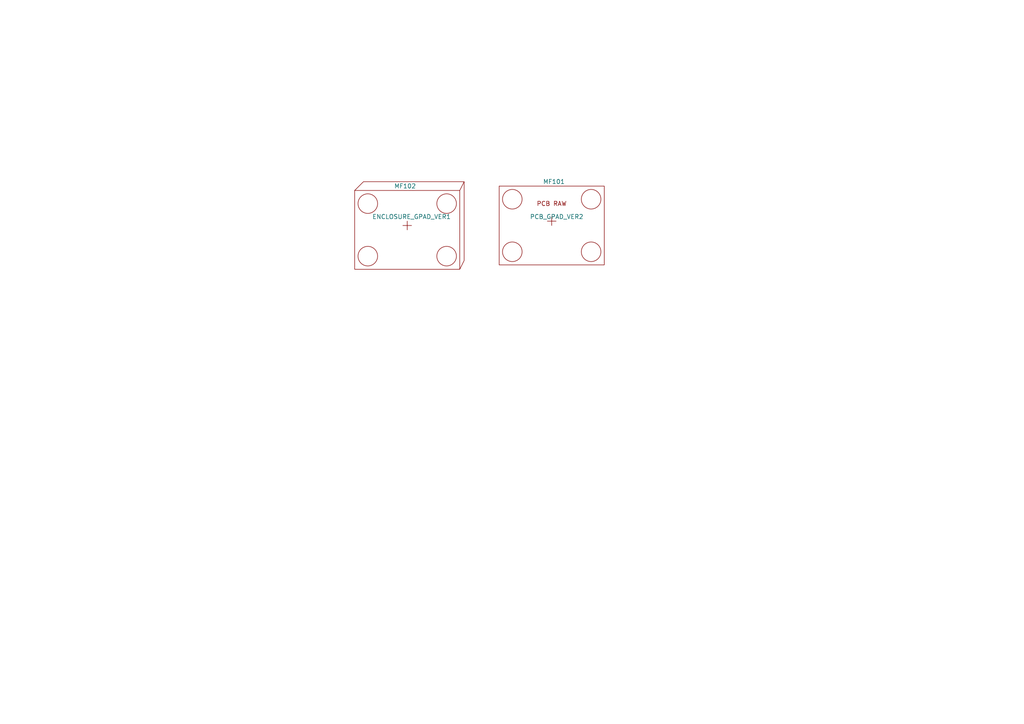
<source format=kicad_sch>
(kicad_sch (version 20230121) (generator eeschema)
  (paper "A4")
  (lib_symbols
    (symbol "GPAD_SCH_LIB:ENCLOSURE_GPAD_VER1" (on_board no)
      (property "Reference" "MF102" (at -3.81 11.43 0))
      (property "Value" "ENCLOSURE_GPAD_VER1" (at -10.16 2.54 0))
      (symbol "ENCLOSURE_GPAD_VER1_0_1"
        (rectangle (start -15.24 10.16) (end 15.24 -12.7))
        (circle (center -11.43 -8.89) (radius 2.8398))
        (circle (center -11.43 6.35) (radius 2.8398))
        (polyline (pts (xy -1.27 0) (xy 1.27 0)))
        (polyline (pts (xy 0 -1.27) (xy 0 1.27)))
        (polyline (pts (xy 15.24 10.16) (xy 16.51 12.7)))
        (polyline (pts (xy -15.24 10.16) (xy -12.7 12.7) (xy 16.51 12.7) (xy 16.51 -10.16) (xy 15.24 -12.7)))
        (circle (center 11.43 -8.89) (radius 2.8398))
        (circle (center 11.43 6.35) (radius 2.8398))
      )
    )
    (symbol "GPAD_SCH_LIB:PCB_GPAD_VER1" (on_board no)
      (property "Reference" "MF" (at 0 0 0))
      (property "Value" "PCB_GPAD_VER1" (at 0 0 0))
      (symbol "PCB_GPAD_VER1_0_0"
        (text "PCB RAW" (at 0 5.08 0) (effects (font (size 1.27 1.27))))
      )
      (symbol "PCB_GPAD_VER1_0_1"
        (rectangle (start -15.24 10.16) (end 15.24 -12.7))
        (circle (center -11.43 -8.89) (radius 2.8398))
        (circle (center -11.43 6.35) (radius 2.8398))
        (polyline (pts (xy -1.27 0) (xy 1.27 0)))
        (polyline (pts (xy 0 -1.27) (xy 0 1.27)))
        (circle (center 11.43 -8.89) (radius 2.8398))
        (circle (center 11.43 6.35) (radius 2.8398))
      )
    )
  )
  (symbol (lib_id "GPAD_SCH_LIB:ENCLOSURE_GPAD_VER1") (at 118.11 65.405 0) (unit 1) (on_board no)
    (property "Reference" "MF102" (at 114.3 53.975 0) (effects (justify left)))
    (property "Value" "ENCLOSURE_GPAD_VER1" (at 107.95 62.865 0) (effects (justify left)))
    (property "Datasheet" "https://www.mcmaster.com/catalog/128/3306" (effects hide))
    (property "Distributor 1" "PublicInvention" (effects hide))
    (property "Distributor 1 PN" "ENCLOSURE_GPAD_VER1" (effects hide))
    (property "Cost" "1000000" (effects hide))
    (instances (project "PCBa_KRAKE" (path "" (reference "MF102") (unit 1)) (path "" (reference "MF?") (unit 1))))
  )
  (symbol (lib_id "GPAD_SCH_LIB:PCB_GPAD_VER1") (at 160.02 64.135 0) (unit 1) (on_board no)
    (property "Reference" "MF101" (at 157.48 52.705 0) (effects (justify left)))
    (property "Value" "PCB_GPAD_VER2" (at 153.67 62.865 0) (effects (justify left)))
    (property "Footprint" "NA" (effects hide))
    (property "Datasheet" "https://www.mcmaster.com/catalog/128/3306" (effects hide))
    (property "Distributor 1" "PublicInvention" (effects hide))
    (property "Distributor 1 PN" "PCB_GPAD_V1" (effects hide))
    (property "Cost" "1000000" (effects hide))
    (property "AssemblyType" "HAND" (effects hide))
    (property "Description" "PCB for GPAD Version 1" (effects hide))
    (property "MPN" "PCB_GPAD_V1" (effects hide))
    (instances (project "PCBa_KRAKE" (path "" (reference "MF101") (unit 1)) (path "" (reference "MF?") (unit 1))))
  )
)
</source>
